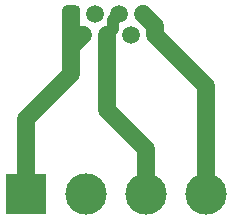
<source format=gbr>
G04 #@! TF.GenerationSoftware,KiCad,Pcbnew,(5.1.9)-1*
G04 #@! TF.CreationDate,2021-09-29T15:50:34-03:00*
G04 #@! TF.ProjectId,RJ45-breakout_1ch,524a3435-2d62-4726-9561-6b6f75745f31,rev?*
G04 #@! TF.SameCoordinates,Original*
G04 #@! TF.FileFunction,Copper,L2,Bot*
G04 #@! TF.FilePolarity,Positive*
%FSLAX46Y46*%
G04 Gerber Fmt 4.6, Leading zero omitted, Abs format (unit mm)*
G04 Created by KiCad (PCBNEW (5.1.9)-1) date 2021-09-29 15:50:34*
%MOMM*%
%LPD*%
G01*
G04 APERTURE LIST*
G04 #@! TA.AperFunction,ComponentPad*
%ADD10C,1.500000*%
G04 #@! TD*
G04 #@! TA.AperFunction,ComponentPad*
%ADD11R,3.500000X3.500000*%
G04 #@! TD*
G04 #@! TA.AperFunction,ComponentPad*
%ADD12C,3.500000*%
G04 #@! TD*
G04 #@! TA.AperFunction,Conductor*
%ADD13C,1.524000*%
G04 #@! TD*
G04 #@! TA.AperFunction,Conductor*
%ADD14C,1.016000*%
G04 #@! TD*
G04 APERTURE END LIST*
G04 #@! TO.P,J1,1*
G04 #@! TO.N,Net-(J1-Pad1)*
G04 #@! TA.AperFunction,ComponentPad*
G36*
G01*
X71640000Y-110865000D02*
X71640000Y-110115000D01*
G75*
G02*
X72015000Y-109740000I375000J0D01*
G01*
X72765000Y-109740000D01*
G75*
G02*
X73140000Y-110115000I0J-375000D01*
G01*
X73140000Y-110865000D01*
G75*
G02*
X72765000Y-111240000I-375000J0D01*
G01*
X72015000Y-111240000D01*
G75*
G02*
X71640000Y-110865000I0J375000D01*
G01*
G37*
G04 #@! TD.AperFunction*
D10*
G04 #@! TO.P,J1,3*
G04 #@! TO.N,Net-(J1-Pad3)*
X74422000Y-110490000D03*
G04 #@! TO.P,J1,5*
G04 #@! TO.N,Net-(J1-Pad4)*
X76454000Y-110490000D03*
G04 #@! TO.P,J1,7*
G04 #@! TO.N,Net-(J1-Pad7)*
X78486000Y-110490000D03*
G04 #@! TO.P,J1,2*
G04 #@! TO.N,Net-(J1-Pad1)*
X73406000Y-112270000D03*
G04 #@! TO.P,J1,4*
G04 #@! TO.N,Net-(J1-Pad4)*
X75438000Y-112270000D03*
G04 #@! TO.P,J1,6*
G04 #@! TO.N,Net-(J1-Pad3)*
X77470000Y-112270000D03*
G04 #@! TO.P,J1,8*
G04 #@! TO.N,Net-(J1-Pad7)*
X79502000Y-112270000D03*
G04 #@! TD*
D11*
G04 #@! TO.P,J2,1*
G04 #@! TO.N,Net-(J1-Pad1)*
X68580000Y-125730000D03*
D12*
G04 #@! TO.P,J2,2*
G04 #@! TO.N,Net-(J1-Pad3)*
X73660000Y-125730000D03*
G04 #@! TO.P,J2,3*
G04 #@! TO.N,Net-(J1-Pad4)*
X78740000Y-125730000D03*
G04 #@! TO.P,J2,4*
G04 #@! TO.N,Net-(J1-Pad7)*
X83820000Y-125730000D03*
G04 #@! TD*
D13*
G04 #@! TO.N,Net-(J1-Pad1)*
X72390000Y-113030000D02*
X72390000Y-110490000D01*
X72646000Y-113030000D02*
X72390000Y-113030000D01*
X73406000Y-112270000D02*
X72646000Y-113030000D01*
X68580000Y-119380000D02*
X68580000Y-125730000D01*
X72390000Y-115570000D02*
X68580000Y-119380000D01*
X72390000Y-113030000D02*
X72390000Y-115570000D01*
G04 #@! TO.N,Net-(J1-Pad4)*
X75438000Y-118618000D02*
X78740000Y-121920000D01*
X78740000Y-121920000D02*
X78740000Y-125730000D01*
X75438000Y-112270000D02*
X75438000Y-118618000D01*
D14*
X75934001Y-111773999D02*
X75934001Y-111009999D01*
X75934001Y-111009999D02*
X76454000Y-110490000D01*
X75438000Y-112270000D02*
X75934001Y-111773999D01*
D13*
G04 #@! TO.N,Net-(J1-Pad7)*
X79502000Y-112270000D02*
X79502000Y-111506000D01*
X79502000Y-111506000D02*
X78486000Y-110490000D01*
X83820000Y-116588000D02*
X83820000Y-125730000D01*
X79502000Y-112270000D02*
X83820000Y-116588000D01*
G04 #@! TD*
M02*

</source>
